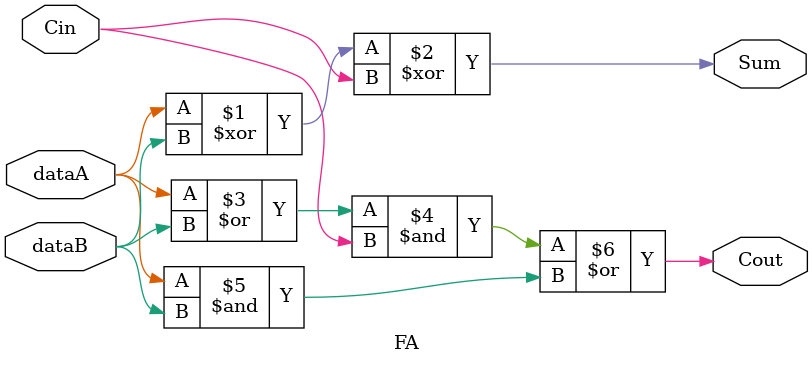
<source format=v>
`timescale 1ns/1ns
module FA( dataA, dataB, Cin, Cout, Sum );
input Cin ;
input dataA ;
input dataB ;
output Cout ;
output Sum ;

wire Cout, Sum ;


	assign Sum = dataA ^ dataB ^ Cin ;
	assign Cout = ( ( dataA | dataB ) & Cin ) | ( dataA & dataB ) ;



endmodule
</source>
